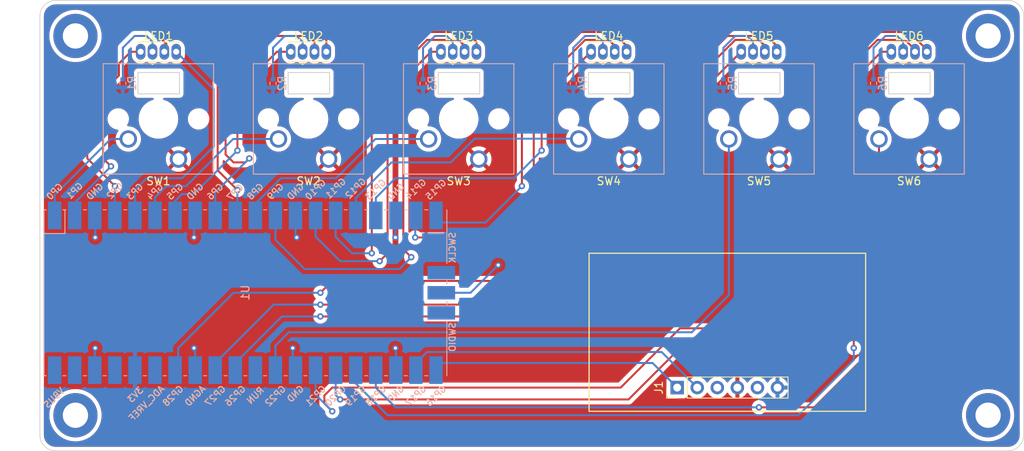
<source format=kicad_pcb>
(kicad_pcb (version 20211014) (generator pcbnew)
  (layers (0 "F.Cu" signal) (31 "B.Cu" signal) (34 "B.Paste" user) (35 "F.Paste" user) (36 "B.SilkS" user "B.Silkscreen") (37 "F.SilkS" user "F.Silkscreen") (38 "B.Mask" user) (39 "F.Mask" user) (44 "Edge.Cuts" user))
  (net 0 "")
  (net 1 "/LED1R")
  (net 2 "/LED1G")
  (net 3 "/LED1B")
  (net 4 "Net-(R1-Pad2)")
  (net 5 "/LED2R")
  (net 6 "/LED2G")
  (net 7 "/LED2B")
  (net 8 "Net-(R2-Pad2)")
  (net 9 "/LED3R")
  (net 10 "/LED3G")
  (net 11 "/LED3B")
  (net 12 "Net-(LED3-Pad4)")
  (net 13 "/LED4R")
  (net 14 "/LED4G")
  (net 15 "/LED4B")
  (net 16 "Net-(LED4-Pad4)")
  (net 17 "/LED5R")
  (net 18 "/LED5G")
  (net 19 "/LED5B")
  (net 20 "Net-(R5-Pad2)")
  (net 21 "/LED6R")
  (net 22 "/LED6G")
  (net 23 "/LED6B")
  (net 24 "Net-(LED6-Pad4)")
  (net 25 "/3V3")
  (net 26 "/GND")
  (net 27 "/BTN1")
  (net 28 "/BTN2")
  (net 29 "/BTN3")
  (net 30 "/BTN4")
  (net 31 "/BTN5")
  (net 32 "/BTN6")
  (net 40 "/SDA")
  (net 41 "/SCL")
  (net 42 "/RST")
  (net 43 "/3V3o")
  (footprint "Library:1.5mmRGBALED" (layer "F.Cu") (at 158 28)
    (fp_text reference "LED3" (at 0 -2 unlocked) (layer "F.SilkS"))
    (fp_text value "LED_RGBA")
    (pad "1" thru_hole oval (at -2.25 0) (size 1.2 2) (drill 0.762) (layers *.Cu *.Mask) (net 9 "/LED3R"))
    (pad "2" thru_hole oval (at 0.75 0) (size 1.2 2) (drill 0.762) (layers *.Cu *.Mask) (net 10 "/LED3G"))
    (pad "3" thru_hole oval (at 2.25 0) (size 1.2 2) (drill 0.762) (layers *.Cu *.Mask) (net 11 "/LED3B"))
    (pad "4" thru_hole oval (at -0.75 0) (size 1.2 2) (drill 0.762) (layers *.Cu *.Mask) (net 12 "Net-(LED3-Pad4)"))
  )
  (footprint "MountingHole:MountingHole_3.2mm_M3_DIN965_Pad" (layer "F.Cu") (at 225 26)
    (fp_text reference "REF**" hide)
    (fp_text value "MountingHole_3.2mm_M3_DIN965_Pad" hide)
    (pad "1" thru_hole circle locked (at 0 0) (size 5.6 5.6) (drill 3.2) (layers *.Cu *.Mask))
  )
  (footprint "Connector_PinHeader_2.54mm:PinHeader_1x06_P2.54mm_Vertical" (layer "F.Cu") (at 185.65 70.5 90)
    (fp_text reference "J1" (at 0 -2.33 90) (layer "F.SilkS"))
    (fp_text value "Conn_01x06")
    (pad "1" thru_hole rect locked (at 0 0 90) (size 1.7 1.7) (drill 1) (layers *.Cu *.Mask) (net 40 "/SDA"))
    (pad "2" thru_hole oval locked (at 0 2.54 90) (size 1.7 1.7) (drill 1) (layers *.Cu *.Mask) (net 41 "/SCL"))
    (pad "3" thru_hole oval locked (at 0 5.08 90) (size 1.7 1.7) (drill 1) (layers *.Cu *.Mask) (net 42 "/RST"))
    (pad "4" thru_hole oval locked (at 0 7.62 90) (size 1.7 1.7) (drill 1) (layers *.Cu *.Mask) (net 26 "/GND"))
    (pad "5" thru_hole oval locked (at 0 10.16 90) (size 1.7 1.7) (drill 1) (layers *.Cu *.Mask) (net 43 "/3V3o"))
    (pad "6" thru_hole oval locked (at 0 12.7 90) (size 1.7 1.7) (drill 1) (layers *.Cu *.Mask) (net 25 "/3V3"))
  )
  (footprint "Library:1.5mmRGBALED" (layer "F.Cu") (at 215 28)
    (fp_text reference "LED6" (at 0 -2 unlocked) (layer "F.SilkS"))
    (fp_text value "LED_RGBA")
    (pad "1" thru_hole oval (at -2.25 0) (size 1.2 2) (drill 0.762) (layers *.Cu *.Mask) (net 21 "/LED6R"))
    (pad "2" thru_hole oval (at 0.75 0) (size 1.2 2) (drill 0.762) (layers *.Cu *.Mask) (net 22 "/LED6G"))
    (pad "3" thru_hole oval (at 2.25 0) (size 1.2 2) (drill 0.762) (layers *.Cu *.Mask) (net 23 "/LED6B"))
    (pad "4" thru_hole oval (at -0.75 0) (size 1.2 2) (drill 0.762) (layers *.Cu *.Mask) (net 24 "Net-(LED6-Pad4)"))
  )
  (footprint "" (layer "F.Cu") (at 225 74)
    (fp_text reference "" (at 0 0) (layer "F.SilkS") (effects (font (size 1.27 1.27))))
    (fp_text value "" (at 0 0) (layer "F.SilkS") (effects (font (size 1.27 1.27))))
    (pad "1" thru_hole circle locked (at 0 0) (size 5.6 5.6) (drill 3.2) (layers *.Cu *.Mask))
  )
  (footprint "Library:1.5mmRGBALED" (layer "F.Cu") (at 177 28)
    (fp_text reference "LED4" (at 0 -2 unlocked) (layer "F.SilkS"))
    (fp_text value "LED_RGBA")
    (pad "1" thru_hole oval (at -2.25 0) (size 1.2 2) (drill 0.762) (layers *.Cu *.Mask) (net 13 "/LED4R"))
    (pad "2" thru_hole oval (at 0.75 0) (size 1.2 2) (drill 0.762) (layers *.Cu *.Mask) (net 14 "/LED4G"))
    (pad "3" thru_hole oval (at 2.25 0) (size 1.2 2) (drill 0.762) (layers *.Cu *.Mask) (net 15 "/LED4B"))
    (pad "4" thru_hole oval (at -0.75 0) (size 1.2 2) (drill 0.762) (layers *.Cu *.Mask) (net 16 "Net-(LED4-Pad4)"))
  )
  (footprint "" (layer "F.Cu") (at 109.5 74)
    (fp_text reference "" (at 0 0) (layer "F.SilkS") (effects (font (size 1.27 1.27))))
    (fp_text value "" (at 0 0) (layer "F.SilkS") (effects (font (size 1.27 1.27))))
    (pad "1" thru_hole circle locked (at 0 0) (size 5.6 5.6) (drill 3.2) (layers *.Cu *.Mask))
  )
  (footprint "MountingHole:MountingHole_3.2mm_M3_DIN965_Pad" (layer "F.Cu") (at 109.5 26)
    (fp_text reference "REF**" hide)
    (fp_text value "MountingHole_3.2mm_M3_DIN965_Pad" hide)
    (pad "1" thru_hole circle locked (at 0 0) (size 5.6 5.6) (drill 3.2) (layers *.Cu *.Mask))
  )
  (footprint "Library:1.5mmRGBALED" (layer "F.Cu") (at 196 28)
    (fp_text reference "LED5" (at 0 -2 unlocked) (layer "F.SilkS"))
    (fp_text value "LED_RGBA")
    (pad "1" thru_hole oval (at -2.25 0) (size 1.2 2) (drill 0.762) (layers *.Cu *.Mask) (net 17 "/LED5R"))
    (pad "2" thru_hole oval (at 0.75 0) (size 1.2 2) (drill 0.762) (layers *.Cu *.Mask) (net 18 "/LED5G"))
    (pad "3" thru_hole oval (at 2.25 0) (size 1.2 2) (drill 0.762) (layers *.Cu *.Mask) (net 19 "/LED5B"))
    (pad "4" thru_hole oval (at -0.75 0) (size 1.2 2) (drill 0.762) (layers *.Cu *.Mask) (net 20 "Net-(R5-Pad2)"))
  )
  (footprint "Library:1.5mmRGBALED" (layer "F.Cu") (at 120 28)
    (fp_text reference "LED1" (at 0 -2 unlocked) (layer "F.SilkS"))
    (fp_text value "LED_RGBA")
    (pad "1" thru_hole oval (at -2.25 0) (size 1.2 2) (drill 0.762) (layers *.Cu *.Mask) (net 1 "/LED1R"))
    (pad "2" thru_hole oval (at 0.75 0) (size 1.2 2) (drill 0.762) (layers *.Cu *.Mask) (net 2 "/LED1G"))
    (pad "3" thru_hole oval (at 2.25 0) (size 1.2 2) (drill 0.762) (layers *.Cu *.Mask) (net 3 "/LED1B"))
    (pad "4" thru_hole oval (at -0.75 0) (size 1.2 2) (drill 0.762) (layers *.Cu *.Mask) (net 4 "Net-(R1-Pad2)"))
  )
  (footprint "Library:1.5mmRGBALED" (layer "F.Cu") (at 139 28)
    (fp_text reference "LED2" (at 0 -2 unlocked) (layer "F.SilkS"))
    (fp_text value "LED_RGBA")
    (pad "1" thru_hole oval (at -2.25 0) (size 1.2 2) (drill 0.762) (layers *.Cu *.Mask) (net 5 "/LED2R"))
    (pad "2" thru_hole oval (at 0.75 0) (size 1.2 2) (drill 0.762) (layers *.Cu *.Mask) (net 6 "/LED2G"))
    (pad "3" thru_hole oval (at 2.25 0) (size 1.2 2) (drill 0.762) (layers *.Cu *.Mask) (net 7 "/LED2B"))
    (pad "4" thru_hole oval (at -0.75 0) (size 1.2 2) (drill 0.762) (layers *.Cu *.Mask) (net 8 "Net-(R2-Pad2)"))
  )
  (footprint "Resistor_SMD:R_0402_1005Metric" (layer "B.Cu") (at 153.49 32 90)
    (fp_text reference "R3" (at 0 1.17 90) (layer "B.SilkS") (effects (justify mirror)))
    (fp_text value "100")
    (pad "1" smd roundrect locked (at -0.51 0 90) (size 0.54 0.64) (layers "B.Cu" "B.Paste" "B.Mask") (net 25 "/3V3"))
    (pad "2" smd roundrect locked (at 0.51 0 90) (size 0.54 0.64) (layers "B.Cu" "B.Paste" "B.Mask") (net 12 "Net-(LED3-Pad4)"))
  )
  (footprint "Library:SW_Cherry_MX_1.00u_PCB_LEDHole" (layer "B.Cu") (at 160.54 41.58)
    (fp_text reference "SW3" (at -2.54 2.794) (layer "F.SilkS"))
    (fp_text value "SW_DIP_x01")
    (fp_rect (start -5.125 -8.25) (end 0.125 -10.95) (layer "Edge.Cuts") (width 0.12) (fill none))
    (pad "" np_thru_hole circle (at -2.54 -5.08) (size 4 4) (drill 4) (layers *.Cu *.Mask))
    (pad "" np_thru_hole circle (at 2.54 -5.08) (size 1.7 1.7) (drill 1.7) (layers *.Cu *.Mask))
    (pad "" np_thru_hole circle (at -7.62 -5.08) (size 1.7 1.7) (drill 1.7) (layers *.Cu *.Mask))
    (pad "1" thru_hole circle (at 0 0) (size 2.2 2.2) (drill 1.5) (layers *.Cu *.Mask) (net 26 "/GND"))
    (pad "2" thru_hole circle (at -6.35 -2.54) (size 2.2 2.2) (drill 1.5) (layers *.Cu *.Mask) (net 29 "/BTN3"))
  )
  (footprint "Resistor_SMD:R_0402_1005Metric" (layer "B.Cu") (at 115.5 32 90)
    (fp_text reference "R1" (at 0 1.17 90) (layer "B.SilkS") (effects (justify mirror)))
    (fp_text value "100")
    (pad "1" smd roundrect locked (at -0.51 0 90) (size 0.54 0.64) (layers "B.Cu" "B.Paste" "B.Mask") (net 25 "/3V3"))
    (pad "2" smd roundrect locked (at 0.51 0 90) (size 0.54 0.64) (layers "B.Cu" "B.Paste" "B.Mask") (net 4 "Net-(R1-Pad2)"))
  )
  (footprint "Library:SW_Cherry_MX_1.00u_PCB_LEDHole" (layer "B.Cu") (at 122.54 41.58)
    (fp_text reference "SW1" (at -2.54 2.794) (layer "F.SilkS"))
    (fp_text value "SW_DIP_x01")
    (fp_rect (start -5.125 -8.25) (end 0.125 -10.95) (layer "Edge.Cuts") (width 0.12) (fill none))
    (pad "" np_thru_hole circle (at 2.54 -5.08) (size 1.7 1.7) (drill 1.7) (layers *.Cu *.Mask))
    (pad "" np_thru_hole circle (at -2.54 -5.08) (size 4 4) (drill 4) (layers *.Cu *.Mask))
    (pad "" np_thru_hole circle (at -7.62 -5.08) (size 1.7 1.7) (drill 1.7) (layers *.Cu *.Mask))
    (pad "1" thru_hole circle (at 0 0) (size 2.2 2.2) (drill 1.5) (layers *.Cu *.Mask) (net 26 "/GND"))
    (pad "2" thru_hole circle (at -6.35 -2.54) (size 2.2 2.2) (drill 1.5) (layers *.Cu *.Mask) (net 27 "/BTN1"))
  )
  (footprint "Resistor_SMD:R_0402_1005Metric" (layer "B.Cu") (at 191.5 32 90)
    (fp_text reference "R5" (at 0 1.17 90) (layer "B.SilkS") (effects (justify mirror)))
    (fp_text value "100")
    (pad "1" smd roundrect locked (at -0.51 0 90) (size 0.54 0.64) (layers "B.Cu" "B.Paste" "B.Mask") (net 25 "/3V3"))
    (pad "2" smd roundrect locked (at 0.51 0 90) (size 0.54 0.64) (layers "B.Cu" "B.Paste" "B.Mask") (net 20 "Net-(R5-Pad2)"))
  )
  (footprint "Resistor_SMD:R_0402_1005Metric" (layer "B.Cu") (at 210.5 32 90)
    (fp_text reference "R6" (at 0 1.17 90) (layer "B.SilkS") (effects (justify mirror)))
    (fp_text value "100")
    (pad "1" smd roundrect locked (at -0.51 0 90) (size 0.54 0.64) (layers "B.Cu" "B.Paste" "B.Mask") (net 25 "/3V3"))
    (pad "2" smd roundrect locked (at 0.51 0 90) (size 0.54 0.64) (layers "B.Cu" "B.Paste" "B.Mask") (net 24 "Net-(LED6-Pad4)"))
  )
  (footprint "Library:SW_Cherry_MX_1.00u_PCB_LEDHole" (layer "B.Cu") (at 179.54 41.58)
    (fp_text reference "SW4" (at -2.54 2.794) (layer "F.SilkS"))
    (fp_text value "SW_DIP_x01")
    (fp_rect (start -5.125 -8.25) (end 0.125 -10.95) (layer "Edge.Cuts") (width 0.12) (fill none))
    (pad "" np_thru_hole circle (at -2.54 -5.08) (size 4 4) (drill 4) (layers *.Cu *.Mask))
    (pad "" np_thru_hole circle (at -7.62 -5.08) (size 1.7 1.7) (drill 1.7) (layers *.Cu *.Mask))
    (pad "" np_thru_hole circle (at 2.54 -5.08) (size 1.7 1.7) (drill 1.7) (layers *.Cu *.Mask))
    (pad "1" thru_hole circle (at 0 0) (size 2.2 2.2) (drill 1.5) (layers *.Cu *.Mask) (net 26 "/GND"))
    (pad "2" thru_hole circle (at -6.35 -2.54) (size 2.2 2.2) (drill 1.5) (layers *.Cu *.Mask) (net 30 "/BTN4"))
  )
  (footprint "Library:SW_Cherry_MX_1.00u_PCB_LEDHole" (layer "B.Cu") (at 217.54 41.58)
    (fp_text reference "SW6" (at -2.54 2.794) (layer "F.SilkS"))
    (fp_text value "SW_DIP_x01")
    (fp_rect (start -5.125 -8.25) (end 0.125 -10.95) (layer "Edge.Cuts") (width 0.12) (fill none))
    (pad "" np_thru_hole circle (at 2.54 -5.08) (size 1.7 1.7) (drill 1.7) (layers *.Cu *.Mask))
    (pad "" np_thru_hole circle (at -2.54 -5.08) (size 4 4) (drill 4) (layers *.Cu *.Mask))
    (pad "" np_thru_hole circle (at -7.62 -5.08) (size 1.7 1.7) (drill 1.7) (layers *.Cu *.Mask))
    (pad "1" thru_hole circle (at 0 0) (size 2.2 2.2) (drill 1.5) (layers *.Cu *.Mask) (net 26 "/GND"))
    (pad "2" thru_hole circle (at -6.35 -2.54) (size 2.2 2.2) (drill 1.5) (layers *.Cu *.Mask) (net 32 "/BTN6"))
  )
  (footprint "Pi-Pico:RPi_Pico_SMD" (layer "B.Cu") (at 131 58.5 -90)
    (fp_text reference "U1" (at 0 0 90) (layer "B.SilkS") (effects (justify mirror)))
    (fp_text value "Pico")
    (fp_text user "GP22" (at 13.054 -3.81 225) (layer "B.SilkS") (effects (font (size 0.8 0.8)) (justify mirror)))
    (fp_text user "SWDIO" (at 5.6 -26.2 90) (layer "B.SilkS") (effects (font (size 0.8 0.8)) (justify mirror)))
    (fp_text user "VBUS" (at 13.3 24.2 225) (layer "B.SilkS") (effects (font (size 0.8 0.8)) (justify mirror)))
    (fp_text user "3V3" (at 12.9 13.9 225) (layer "B.SilkS") (effects (font (size 0.8 0.8)) (justify mirror)))
    (fp_text user "GP13" (at -13.054 -16.51 225) (layer "B.SilkS") (effects (font (size 0.8 0.8)) (justify mirror)))
    (fp_text user "GND" (at -12.8 6.35 225) (layer "B.SilkS") (effects (font (size 0.8 0.8)) (justify mirror)))
    (fp_text user "GP28" (at 13.054 9.144 225) (layer "B.SilkS") (effects (font (size 0.8 0.8)) (justify mirror)))
    (fp_text user "GP20" (at 13.054 -11.43 225) (layer "B.SilkS") (effects (font (size 0.8 0.8)) (justify mirror)))
    (fp_text user "GP6" (at -12.8 3.81 225) (layer "B.SilkS") (effects (font (size 0.8 0.8)) (justify mirror)))
    (fp_text user "GP15" (at -13.054 -24.13 225) (layer "B.SilkS") (effects (font (size 0.8 0.8)) (justify mirror)))
    (fp_text user "GP4" (at -12.8 11.43 225) (layer "B.SilkS") (effects (font (size 0.8 0.8)) (justify mirror)))
    (fp_text user "GP1" (at -12.9 21.6 225) (layer "B.SilkS") (effects (font (size 0.8 0.8)) (justify mirror)))
    (fp_text user "GP8" (at -12.8 -1.27 225) (layer "B.SilkS") (effects (font (size 0.8 0.8)) (justify mirror)))
    (fp_text user "GP7" (at -12.7 1.3 225) (layer "B.SilkS") (effects (font (size 0.8 0.8)) (justify mirror)))
    (fp_text user "GP5" (at -12.8 8.89 225) (layer "B.SilkS") (effects (font (size 0.8 0.8)) (justify mirror)))
    (fp_text user "GND" (at 12.8 -19.05 225) (layer "B.SilkS") (effects (font (size 0.8 0.8)) (justify mirror)))
    (fp_text user "GP0" (at -12.8 24.13 225) (layer "B.SilkS") (effects (font (size 0.8 0.8)) (justify mirror)))
    (fp_text user "GP18" (at 13.054 -16.51 225) (layer "B.SilkS") (effects (font (size 0.8 0.8)) (justify mirror)))
    (fp_text user "GND" (at -12.8 -19.05 225) (layer "B.SilkS") (effects (font (size 0.8 0.8)) (justify mirror)))
    (fp_text user "AGND" (at 13.054 6.35 225) (layer "B.SilkS") (effects (font (size 0.8 0.8)) (justify mirror)))
    (fp_text user "GP26" (at 13.054 1.27 225) (layer "B.SilkS") (effects (font (size 0.8 0.8)) (justify mirror)))
    (fp_text user "GP27" (at 13.054 3.8 225) (layer "B.SilkS") (effects (font (size 0.8 0.8)) (justify mirror)))
    (fp_text user "GP19" (at 13.054 -13.97 225) (layer "B.SilkS") (effects (font (size 0.8 0.8)) (justify mirror)))
    (fp_text user "RUN" (at 13 -1.27 225) (layer "B.SilkS") (effects (font (size 0.8 0.8)) (justify mirror)))
    (fp_text user "GND" (at -12.8 -6.35 225) (layer "B.SilkS") (effects (font (size 0.8 0.8)) (justify mirror)))
    (fp_text user "GP12" (at -13.2 -13.97 225) (layer "B.SilkS") (effects (font (size 0.8 0.8)) (justify mirror)))
    (fp_text user "GP17" (at 13.054 -21.59 225) (layer "B.SilkS") (effects (font (size 0.8 0.8)) (justify mirror)))
    (fp_text user "GP9" (at -12.8 -3.81 225) (layer "B.SilkS") (effects (font (size 0.8 0.8)) (justify mirror)))
    (fp_text user "GND" (at 12.8 -6.35 225) (layer "B.SilkS") (effects (font (size 0.8 0.8)) (justify mirror)))
    (fp_text user "GP10" (at -13.054 -8.89 225) (layer "B.SilkS") (effects (font (size 0.8 0.8)) (justify mirror)))
    (fp_text user "GND" (at -12.8 19.05 225) (layer "B.SilkS") (effects (font (size 0.8 0.8)) (justify mirror)))
    (fp_text user "SWCLK" (at -5.7 -26.2 90) (layer "B.SilkS") (effects (font (size 0.8 0.8)) (justify mirror)))
    (fp_text user "GP2" (at -12.9 16.51 225) (layer "B.SilkS") (effects (font (size 0.8 0.8)) (justify mirror)))
    (fp_text user "ADC_VREF" (at 14 12.5 225) (layer "B.SilkS") (effects (font (size 0.8 0.8)) (justify mirror)))
    (fp_text user "GP14" (at -13.1 -21.59 225) (layer "B.SilkS") (effects (font (size 0.8 0.8)) (justify mirror)))
    (fp_text user "GP3" (at -12.8 13.97 225) (layer "B.SilkS") (effects (font (size 0.8 0.8)) (justify mirror)))
    (fp_text user "GP16" (at 13.054 -24.13 225) (layer "B.SilkS") (effects (font (size 0.8 0.8)) (justify mirror)))
    (fp_text user "GP11" (at -13.2 -11.43 225) (layer "B.SilkS") (effects (font (size 0.8 0.8)) (justify mirror)))
    (fp_text user "GP21" (at 13.054 -8.9 225) (layer "B.SilkS") (effects (font (size 0.8 0.8)) (justify mirror)))
    (pad "1" smd rect (at -8.89 24.13 270) (size 3.5 1.7) (drill (offset -0.9 0)) (layers "B.Cu" "B.Mask") (net 27 "/BTN1"))
    (pad "2" smd rect (at -8.89 21.59 270) (size 3.5 1.7) (drill (offset -0.9 0)) (layers "B.Cu" "B.Mask") (net 1 "/LED1R"))
    (pad "3" smd rect (at -8.89 19.05 270) (size 3.5 1.7) (drill (offset -0.9 0)) (layers "B.Cu" "B.Mask") (net 26 "/GND"))
    (pad "4" smd rect (at -8.89 16.51 270) (size 3.5 1.7) (drill (offset -0.9 0)) (layers "B.Cu" "B.Mask") (net 2 "/LED1G"))
    (pad "5" smd rect (at -8.89 13.97 270) (size 3.5 1.7) (drill (offset -0.9 0)) (layers "B.Cu" "B.Mask") (net 3 "/LED1B"))
    (pad "6" smd rect (at -8.89 11.43 270) (size 3.5 1.7) (drill (offset -0.9 0)) (layers "B.Cu" "B.Mask") (net 28 "/BTN2"))
    (pad "7" smd rect (at -8.89 8.89 270) (size 3.5 1.7) (drill (offset -0.9 0)) (layers "B.Cu" "B.Mask") (net 5 "/LED2R"))
    (pad "8" smd rect (at -8.89 6.35 270) (size 3.5 1.7) (drill (offset -0.9 0)) (layers "B.Cu" "B.Mask") (net 26 "/GND"))
    (pad "9" smd rect (at -8.89 3.81 270) (size 3.5 1.7) (drill (offset -0.9 0)) (layers "B.Cu" "B.Mask") (net 6 "/LED2G"))
    (pad "10" smd rect (at -8.89 1.27 270) (size 3.5 1.7) (drill (offset -0.9 0)) (layers "B.Cu" "B.Mask") (net 7 "/LED2B"))
    (pad "11" smd rect (at -8.89 -1.27 270) (size 3.5 1.7) (drill (offset -0.9 0)) (layers "B.Cu" "B.Mask") (net 29 "/BTN3"))
    (pad "12" smd rect (at -8.89 -3.81 270) (size 3.5 1.7) (drill (offset -0.9 0)) (layers "B.Cu" "B.Mask") (net 9 "/LED3R"))
    (pad "13" smd rect (at -8.89 -6.35 270) (size 3.5 1.7) (drill (offset -0.9 0)) (layers "B.Cu" "B.Mask") (net 26 "/GND"))
    (pad "14" smd rect (at -8.89 -8.89 270) (size 3.5 1.7) (drill (offset -0.9 0)) (layers "B.Cu" "B.Mask") (net 10 "/LED3G"))
    (pad "15" smd rect (at -8.89 -11.43 270) (size 3.5 1.7) (drill (offset -0.9 0)) (layers "B.Cu" "B.Mask") (net 11 "/LED3B"))
    (pad "16" smd rect (at -8.89 -13.97 270) (size 3.5 1.7) (drill (offset -0.9 0)) (layers "B.Cu" "B.Mask") (net 30 "/BTN4"))
    (pad "17" smd rect (at -8.89 -16.51 270) (size 3.5 1.7) (drill (offset -0.9 0)) (layers "B.Cu" "B.Mask") (net 13 "/LED4R"))
    (pad "18" smd rect (at -8.89 -19.05 270) (size 3.5 1.7) (drill (offset -0.9 0)) (layers "B.Cu" "B.Mask") (net 26 "/GND"))
    (pad "19" smd rect (at -8.89 -21.59 270) (size 3.5 1.7) (drill (offset -0.9 0)) (layers "B.Cu" "B.Mask") (net 14 "/LED4G"))
    (pad "20" smd rect (at -8.89 -24.13 270) (size 3.5 1.7) (drill (offset -0.9 0)) (layers "B.Cu" "B.Mask") (net 15 "/LED4B"))
    (pad "21" smd rect (at 8.89 -24.13 270) (size 3.5 1.7) (drill (offset 0.9 0)) (layers "B.Cu" "B.Mask") (net 40 "/SDA"))
    (pad "22" smd rect (at 8.89 -21.59 270) (size 3.5 1.7) (drill (offset 0.9 0)) (layers "B.Cu" "B.Mask") (net 41 "/SCL"))
    (pad "23" smd rect (at 8.89 -19.05 270) (size 3.5 1.7) (drill (offset 0.9 0)) (layers "B.Cu" "B.Mask") (net 26 "/GND"))
    (pad "24" smd rect (at 8.89 -16.51 270) (size 3.5 1.7) (drill (offset 0.9 0)) (layers "B.Cu" "B.Mask") (net 32 "/BTN6"))
    (pad "25" smd rect (at 8.89 -13.97 270) (size 3.5 1.7) (drill (offset 0.9 0)) (layers "B.Cu" "B.Mask") (net 21 "/LED6R"))
    (pad "26" smd rect (at 8.89 -11.43 270) (size 3.5 1.7) (drill (offset 0.9 0)) (layers "B.Cu" "B.Mask") (net 22 "/LED6G"))
    (pad "27" smd rect (at 8.89 -8.89 270) (size 3.5 1.7) (drill (offset 0.9 0)) (layers "B.Cu" "B.Mask") (net 23 "/LED6B"))
    (pad "28" smd rect (at 8.89 -6.35 270) (size 3.5 1.7) (drill (offset 0.9 0)) (layers "B.Cu" "B.Mask") (net 26 "/GND"))
    (pad "29" smd rect (at 8.89 -3.81 270) (size 3.5 1.7) (drill (offset 0.9 0)) (layers "B.Cu" "B.Mask") (net 31 "/BTN5"))
    (pad "30" smd rect (at 8.89 -1.27 270) (size 3.5 1.7) (drill (offset 0.9 0)) (layers "B.Cu" "B.Mask"))
    (pad "31" smd rect (at 8.89 1.27 270) (size 3.5 1.7) (drill (offset 0.9 0)) (layers "B.Cu" "B.Mask") (net 17 "/LED5R"))
    (pad "32" smd rect (at 8.89 3.81 270) (size 3.5 1.7) (drill (offset 0.9 0)) (layers "B.Cu" "B.Mask") (net 18 "/LED5G"))
    (pad "33" smd rect (at 8.89 6.35 270) (size 3.5 1.7) (drill (offset 0.9 0)) (layers "B.Cu" "B.Mask") (net 26 "/GND"))
    (pad "34" smd rect (at 8.89 8.89 270) (size 3.5 1.7) (drill (offset 0.9 0)) (layers "B.Cu" "B.Mask") (net 19 "/LED5B"))
    (pad "35" smd rect (at 8.89 11.43 270) (size 3.5 1.7) (drill (offset 0.9 0)) (layers "B.Cu" "B.Mask"))
    (pad "36" smd rect (at 8.89 13.97 270) (size 3.5 1.7) (drill (offset 0.9 0)) (layers "B.Cu" "B.Mask") (net 25 "/3V3"))
    (pad "37" smd rect (at 8.89 16.51 270) (size 3.5 1.7) (drill (offset 0.9 0)) (layers "B.Cu" "B.Mask"))
    (pad "38" smd rect (at 8.89 19.05 270) (size 3.5 1.7) (drill (offset 0.9 0)) (layers "B.Cu" "B.Mask") (net 26 "/GND"))
    (pad "39" smd rect (at 8.89 21.59 270) (size 3.5 1.7) (drill (offset 0.9 0)) (layers "B.Cu" "B.Mask"))
    (pad "40" smd rect (at 8.89 24.13 270) (size 3.5 1.7) (drill (offset 0.9 0)) (layers "B.Cu" "B.Mask"))
    (pad "41" smd rect (at -2.54 -23.9 180) (size 3.5 1.7) (drill (offset -0.9 0)) (layers "B.Cu" "B.Mask"))
    (pad "42" smd rect (at 0 -23.9 180) (size 3.5 1.7) (drill (offset -0.9 0)) (layers "B.Cu" "B.Mask") (net 26 "/GND"))
    (pad "43" smd rect (at 2.54 -23.9 180) (size 3.5 1.7) (drill (offset -0.9 0)) (layers "B.Cu" "B.Mask"))
  )
  (footprint "Library:SW_Cherry_MX_1.00u_PCB_LEDHole" (layer "B.Cu") (at 141.54 41.58)
    (fp_text reference "SW2" (at -2.54 2.794) (layer "F.SilkS"))
    (fp_text value "SW_DIP_x01")
    (fp_rect (start -5.125 -8.25) (end 0.125 -10.95) (layer "Edge.Cuts") (width 0.12) (fill none))
    (pad "" np_thru_hole circle (at -7.62 -5.08) (size 1.7 1.7) (drill 1.7) (layers *.Cu *.Mask))
    (pad "" np_thru_hole circle (at 2.54 -5.08) (size 1.7 1.7) (drill 1.7) (layers *.Cu *.Mask))
    (pad "" np_thru_hole circle (at -2.54 -5.08) (size 4 4) (drill 4) (layers *.Cu *.Mask))
    (pad "1" thru_hole circle (at 0 0) (size 2.2 2.2) (drill 1.5) (layers *.Cu *.Mask) (net 26 "/GND"))
    (pad "2" thru_hole circle (at -6.35 -2.54) (size 2.2 2.2) (drill 1.5) (layers *.Cu *.Mask) (net 28 "/BTN2"))
  )
  (footprint "Resistor_SMD:R_0402_1005Metric" (layer "B.Cu") (at 134.5 32 90)
    (fp_text reference "R2" (at 0 1.17 90) (layer "B.SilkS") (effects (justify mirror)))
    (fp_text value "100")
    (pad "1" smd roundrect locked (at -0.51 0 90) (size 0.54 0.64) (layers "B.Cu" "B.Paste" "B.Mask") (net 25 "/3V3"))
    (pad "2" smd roundrect locked (at 0.51 0 90) (size 0.54 0.64) (layers "B.Cu" "B.Paste" "B.Mask") (net 8 "Net-(R2-Pad2)"))
  )
  (footprint "Resistor_SMD:R_0402_1005Metric" (layer "B.Cu") (at 172.5 32 90)
    (fp_text reference "R4" (at 0 1.17 90) (layer "B.SilkS") (effects (justify mirror)))
    (fp_text value "100")
    (pad "1" smd roundrect locked (at -0.51 0 90) (size 0.54 0.64) (layers "B.Cu" "B.Paste" "B.Mask") (net 25 "/3V3"))
    (pad "2" smd roundrect locked (at 0.51 0 90) (size 0.54 0.64) (layers "B.Cu" "B.Paste" "B.Mask") (net 16 "Net-(LED4-Pad4)"))
  )
  (footprint "Library:SW_Cherry_MX_1.00u_PCB_LEDHole" (layer "B.Cu") (at 198.54 41.58)
    (fp_text reference "SW5" (at -2.54 2.794) (layer "F.SilkS"))
    (fp_text value "SW_DIP_x01")
    (fp_rect (start -5.125 -8.25) (end 0.125 -10.95) (layer "Edge.Cuts") (width 0.12) (fill none))
    (pad "" np_thru_hole circle (at -7.62 -5.08) (size 1.7 1.7) (drill 1.7) (layers *.Cu *.Mask))
    (pad "" np_thru_hole circle (at -2.54 -5.08) (size 4 4) (drill 4) (layers *.Cu *.Mask))
    (pad "" np_thru_hole circle (at 2.54 -5.08) (size 1.7 1.7) (drill 1.7) (layers *.Cu *.Mask))
    (pad "1" thru_hole circle (at 0 0) (size 2.2 2.2) (drill 1.5) (layers *.Cu *.Mask) (net 26 "/GND"))
    (pad "2" thru_hole circle (at -6.35 -2.54) (size 2.2 2.2) (drill 1.5) (layers *.Cu *.Mask) (net 31 "/BTN5"))
  )
  (gr_rect (start 174.5 53.5) (end 209.5 73.5) (layer "F.SilkS") (width 0.15) (fill none))
  (gr_line (start 227.5 21.5) (end 107 21.5) (layer "Edge.Cuts") (width 0.1))
  (gr_line (start 229.5 76.5) (end 229.5 23.5) (layer "Edge.Cuts") (width 0.1))
  (gr_line (start 107 78.5) (end 227.5 78.5) (layer "Edge.Cuts") (width 0.1))
  (gr_arc (start 227.5 21.5) (mid 228.914214 22.085786) (end 229.5 23.5) (layer "Edge.Cuts") (width 0.1))
  (gr_arc (start 229.5 76.5) (mid 228.914214 77.914214) (end 227.5 78.5) (layer "Edge.Cuts") (width 0.1))
  (gr_arc (start 107 78.5) (mid 105.585786 77.914214) (end 105 76.5) (layer "Edge.Cuts") (width 0.1))
  (gr_arc (start 105 23.5) (mid 105.585786 22.085786) (end 107 21.5) (layer "Edge.Cuts") (width 0.1))
  (gr_line (start 105 23.5) (end 105 76.5) (layer "Edge.Cuts") (width 0.1))
  (segment (start 113 33) (end 113 41.5) (width 0.25) (layer "F.Cu") (net 1))
  (segment (start 113 41.5) (end 114 42.5) (width 0.25) (layer "F.Cu") (net 1))
  (segment (start 116.5 28) (end 115 29.5) (width 0.25) (layer "F.Cu") (net 1))
  (segment (start 117.75 28) (end 116.5 28) (width 0.25) (layer "F.Cu") (net 1))
  (segment (start 115 31) (end 113 33) (width 0.25) (layer "F.Cu") (net 1))
  (segment (start 115 29.5) (end 115 31) (width 0.25) (layer "F.Cu") (net 1))
  (via (at 114 42.5) (size 0.8) (drill 0.4) (layers "F.Cu" "B.Cu") (net 1))
  (segment (start 109.41 49.61) (end 109.41 47.09) (width 0.25) (layer "B.Cu") (net 1))
  (segment (start 109.41 47.09) (end 114 42.5) (width 0.25) (layer "B.Cu") (net 1))
  (segment (start 113 30.5) (end 113 27) (width 0.25) (layer "F.Cu") (net 2))
  (segment (start 121 27) (end 121 27.5) (width 0.25) (layer "F.Cu") (net 2))
  (segment (start 111 32.5) (end 113 30.5) (width 0.25) (layer "F.Cu") (net 2))
  (segment (start 113 27) (end 115 25) (width 0.25) (layer "F.Cu") (net 2))
  (segment (start 111 41.5) (end 111 32.5) (width 0.25) (layer "F.Cu") (net 2))
  (segment (start 115 25) (end 119 25) (width 0.25) (layer "F.Cu") (net 2))
  (segment (start 114.5 45) (end 111 41.5) (width 0.25) (layer "F.Cu") (net 2))
  (segment (start 119 25) (end 121 27) (width 0.25) (layer "F.Cu") (net 2))
  (via (at 114.5 45) (size 0.8) (drill 0.4) (layers "F.Cu" "B.Cu") (net 2))
  (segment (start 114.49 45.01) (end 114.5 45) (width 0.25) (layer "B.Cu") (net 2))
  (segment (start 114.49 49.61) (end 114.49 45.01) (width 0.25) (layer "B.Cu") (net 2))
  (segment (start 117.03 45.47) (end 118.5 44) (width 0.25) (layer "B.Cu") (net 3))
  (segment (start 117.03 49.61) (end 117.03 45.47) (width 0.25) (layer "B.Cu") (net 3))
  (segment (start 118.5 44) (end 123 44) (width 0.25) (layer "B.Cu") (net 3))
  (segment (start 123 44) (end 127 40) (width 0.25) (layer "B.Cu") (net 3))
  (segment (start 127 40) (end 127 32.75) (width 0.25) (layer "B.Cu") (net 3))
  (segment (start 127 32.75) (end 122.25 28) (width 0.25) (layer "B.Cu") (net 3))
  (segment (start 115.5 27.5) (end 117 26) (width 0.25) (layer "B.Cu") (net 4))
  (segment (start 118.5 26) (end 119.25 26.75) (width 0.25) (layer "B.Cu") (net 4))
  (segment (start 117 26) (end 118.5 26) (width 0.25) (layer "B.Cu") (net 4))
  (segment (start 115.5 31.49) (end 115.5 27.5) (width 0.25) (layer "B.Cu") (net 4))
  (segment (start 119.25 26.75) (end 119.25 28) (width 0.25) (layer "B.Cu") (net 4))
  (segment (start 130 33) (end 135 28) (width 0.25) (layer "F.Cu") (net 5))
  (segment (start 135 28) (end 136.75 28) (width 0.25) (layer "F.Cu") (net 5))
  (segment (start 130 40.5) (end 130 33) (width 0.25) (layer "F.Cu") (net 5))
  (via (at 130 40.5) (size 0.8) (drill 0.4) (layers "F.Cu" "B.Cu") (net 5))
  (segment (start 122.11 46.89) (end 123 46) (width 0.25) (layer "B.Cu") (net 5))
  (segment (start 123 46) (end 124.5 46) (width 0.25) (layer "B.Cu") (net 5))
  (segment (start 122.11 49.61) (end 122.11 46.89) (width 0.25) (layer "B.Cu") (net 5))
  (segment (start 124.5 46) (end 130 40.5) (width 0.25) (layer "B.Cu") (net 5))
  (segment (start 139 26) (end 133.5 26) (width 0.25) (layer "F.Cu") (net 6))
  (segment (start 131 42) (end 131.5 41.5) (width 0.25) (layer "F.Cu") (net 6))
  (segment (start 139.75 28) (end 139.75 26.75) (width 0.25) (layer "F.Cu") (net 6))
  (segment (start 133.5 26) (end 128.5 31) (width 0.25) (layer "F.Cu") (net 6))
  (segment (start 129.5 42) (end 131 42) (width 0.25) (layer "F.Cu") (net 6))
  (segment (start 128.5 41) (end 129.5 42) (width 0.25) (layer "F.Cu") (net 6))
  (segment (start 139.75 26.75) (end 139 26) (width 0.25) (layer "F.Cu") (net 6))
  (segment (start 128.5 31) (end 128.5 41) (width 0.25) (layer "F.Cu") (net 6))
  (via (at 131.5 41.5) (size 0.8) (drill 0.4) (layers "F.Cu" "B.Cu") (net 6))
  (segment (start 127.19 45.81) (end 131.5 41.5) (width 0.25) (layer "B.Cu") (net 6))
  (segment (start 127.19 49.61) (end 127.19 45.81) (width 0.25) (layer "B.Cu") (net 6))
  (segment (start 132 25) (end 140 25) (width 0.25) (layer "F.Cu") (net 7))
  (segment (start 130 45.5) (end 127.5 43) (width 0.25) (layer "F.Cu") (net 7))
  (segment (start 127.5 43) (end 127.5 29.5) (width 0.25) (layer "F.Cu") (net 7))
  (segment (start 127.5 29.5) (end 132 25) (width 0.25) (layer "F.Cu") (net 7))
  (segment (start 141.25 26.25) (end 141.25 28) (width 0.25) (layer "F.Cu") (net 7))
  (segment (start 140 25) (end 141.25 26.25) (width 0.25) (layer "F.Cu") (net 7))
  (via (at 130 45.5) (size 0.8) (drill 0.4) (layers "F.Cu" "B.Cu") (net 7))
  (segment (start 129.73 49.61) (end 130 49.34) (width 0.25) (layer "B.Cu") (net 7))
  (segment (start 130 49.34) (end 130 45.5) (width 0.25) (layer "B.Cu") (net 7))
  (segment (start 137.5 26) (end 138.25 26.75) (width 0.25) (layer "B.Cu") (net 8))
  (segment (start 134.5 31.49) (end 134.5 27.5) (width 0.25) (layer "B.Cu") (net 8))
  (segment (start 138.25 26.75) (end 138.25 28) (width 0.25) (layer "B.Cu") (net 8))
  (segment (start 134.5 27.5) (end 136 26) (width 0.25) (layer "B.Cu") (net 8))
  (segment (start 136 26) (end 137.5 26) (width 0.25) (layer "B.Cu") (net 8))
  (segment (start 155.75 28) (end 154.5 28) (width 0.25) (layer "F.Cu") (net 9))
  (segment (start 154.5 28) (end 151 31.5) (width 0.25) (layer "F.Cu") (net 9))
  (segment (start 151 31.5) (end 151 53) (width 0.25) (layer "F.Cu") (net 9))
  (segment (start 151 53) (end 152 54) (width 0.25) (layer "F.Cu") (net 9))
  (via (at 152 54) (size 0.8) (drill 0.4) (layers "F.Cu" "B.Cu") (net 9))
  (segment (start 134.81 51.81) (end 138.5 55.5) (width 0.25) (layer "B.Cu") (net 9))
  (segment (start 150.5 55.5) (end 152 54) (width 0.25) (layer "B.Cu") (net 9))
  (segment (start 134.81 49.61) (end 134.81 51.81) (width 0.25) (layer "B.Cu") (net 9))
  (segment (start 138.5 55.5) (end 150.5 55.5) (width 0.25) (layer "B.Cu") (net 9))
  (segment (start 154 26.5) (end 149 31.5) (width 0.25) (layer "F.Cu") (net 10))
  (segment (start 158 26.5) (end 154 26.5) (width 0.25) (layer "F.Cu") (net 10))
  (segment (start 149 53.5) (end 148 54.5) (width 0.25) (layer "F.Cu") (net 10))
  (segment (start 158.75 28) (end 158.75 27.25) (width 0.25) (layer "F.Cu") (net 10))
  (segment (start 158.75 27.25) (end 158 26.5) (width 0.25) (layer "F.Cu") (net 10))
  (segment (start 149 31.5) (end 149 53.5) (width 0.25) (layer "F.Cu") (net 10))
  (via (at 148 54.5) (size 0.8) (drill 0.4) (layers "F.Cu" "B.Cu") (net 10))
  (segment (start 143 54.5) (end 139.89 51.39) (width 0.25) (layer "B.Cu") (net 10))
  (segment (start 148 54.5) (end 143 54.5) (width 0.25) (layer "B.Cu") (net 10))
  (segment (start 139.89 51.39) (end 139.89 49.61) (width 0.25) (layer "B.Cu") (net 10))
  (segment (start 160.25 26.75) (end 159 25.5) (width 0.25) (layer "F.Cu") (net 11))
  (segment (start 147 31.5) (end 147 53.5) (width 0.25) (layer "F.Cu") (net 11))
  (segment (start 159 25.5) (end 153 25.5) (width 0.25) (layer "F.Cu") (net 11))
  (segment (start 160.25 28) (end 160.25 26.75) (width 0.25) (layer "F.Cu") (net 11))
  (segment (start 153 25.5) (end 147 31.5) (width 0.25) (layer "F.Cu") (net 11))
  (via (at 147 53.5) (size 0.8) (drill 0.4) (layers "F.Cu" "B.Cu") (net 11))
  (segment (start 144.5 53.5) (end 142.43 51.43) (width 0.25) (layer "B.Cu") (net 11))
  (segment (start 142.43 51.43) (end 142.43 49.61) (width 0.25) (layer "B.Cu") (net 11))
  (segment (start 147 53.5) (end 144.5 53.5) (width 0.25) (layer "B.Cu") (net 11))
  (segment (start 157.25 26.75) (end 157.25 28) (width 0.25) (layer "B.Cu") (net 12))
  (segment (start 153.49 27.51) (end 155 26) (width 0.25) (layer "B.Cu") (net 12))
  (segment (start 155 26) (end 156.5 26) (width 0.25) (layer "B.Cu") (net 12))
  (segment (start 156.5 26) (end 157.25 26.75) (width 0.25) (layer "B.Cu") (net 12))
  (segment (start 153.49 31.49) (end 153.49 27.51) (width 0.25) (layer "B.Cu") (net 12))
  (segment (start 168.5 34.25) (end 174.75 28) (width 0.25) (layer "F.Cu") (net 13))
  (segment (start 168.5 40.5) (end 168.5 34.25) (width 0.25) (layer "F.Cu") (net 13))
  (via (at 168.5 40.5) (size 0.8) (drill 0.4) (layers "F.Cu" "B.Cu") (net 13))
  (segment (start 150 44) (end 165 44) (width 0.25) (layer "B.Cu") (net 13))
  (segment (start 165 44) (end 168.5 40.5) (width 0.25) (layer "B.Cu") (net 13))
  (segment (start 147.51 49.61) (end 147.51 46.49) (width 0.25) (layer "B.Cu") (net 13))
  (segment (start 147.51 46.49) (end 150 44) (width 0.25) (layer "B.Cu") (net 13))
  (segment (start 161.5 51.5) (end 167.5 45.5) (width 0.25) (layer "F.Cu") (net 14))
  (segment (start 167.5 33) (end 174 26.5) (width 0.25) (layer "F.Cu") (net 14))
  (segment (start 177.75 27.25) (end 177.75 28) (width 0.25) (layer "F.Cu") (net 14))
  (segment (start 174 26.5) (end 177 26.5) (width 0.25) (layer "F.Cu") (net 14))
  (segment (start 152.5 51.5) (end 161.5 51.5) (width 0.25) (layer "F.Cu") (net 14))
  (segment (start 177 26.5) (end 177.75 27.25) (width 0.25) (layer "F.Cu") (net 14))
  (segment (start 167.5 45.5) (end 167.5 33) (width 0.25) (layer "F.Cu") (net 14))
  (via (at 152.5 51.5) (size 0.8) (drill 0.4) (layers "F.Cu" "B.Cu") (net 14))
  (segment (start 152.59 49.61) (end 152.5 49.7) (width 0.25) (layer "B.Cu") (net 14))
  (segment (start 152.5 49.7) (end 152.5 51.5) (width 0.25) (layer "B.Cu") (net 14))
  (segment (start 177.5 25.5) (end 179.25 27.25) (width 0.25) (layer "F.Cu") (net 15))
  (segment (start 166 33) (end 166 45) (width 0.25) (layer "F.Cu") (net 15))
  (segment (start 166 33) (end 173.5 25.5) (width 0.25) (layer "F.Cu") (net 15))
  (segment (start 173.5 25.5) (end 177.5 25.5) (width 0.25) (layer "F.Cu") (net 15))
  (segment (start 179.25 27.25) (end 179.25 28) (width 0.25) (layer "F.Cu") (net 15))
  (via (at 166 45) (size 0.8) (drill 0.4) (layers "F.Cu" "B.Cu") (net 15))
  (segment (start 166 45) (end 161.39 49.61) (width 0.25) (layer "B.Cu") (net 15))
  (segment (start 161.39 49.61) (end 155.13 49.61) (width 0.25) (layer "B.Cu") (net 15))
  (segment (start 172.5 31.49) (end 172.5 27.5) (width 0.25) (layer "B.Cu") (net 16))
  (segment (start 176.25 26.75) (end 176.25 28) (width 0.25) (layer "B.Cu") (net 16))
  (segment (start 172.5 27.5) (end 174 26) (width 0.25) (layer "B.Cu") (net 16))
  (segment (start 174 26) (end 175.5 26) (width 0.25) (layer "B.Cu") (net 16))
  (segment (start 175.5 26) (end 176.25 26.75) (width 0.25) (layer "B.Cu") (net 16))
  (segment (start 189 46.5) (end 174 61.5) (width 0.25) (layer "F.Cu") (net 17))
  (segment (start 174 61.5) (end 140.5 61.5) (width 0.25) (layer "F.Cu") (net 17))
  (segment (start 193.75 28) (end 189 32.75) (width 0.25) (layer "F.Cu") (net 17))
  (segment (start 189 32.75) (end 189 46.5) (width 0.25) (layer "F.Cu") (net 17))
  (via (at 140.5 61.5) (size 0.8) (drill 0.4) (layers "F.Cu" "B.Cu") (net 17))
  (segment (start 129.73 67.39) (end 135.62 61.5) (width 0.25) (layer "B.Cu") (net 17))
  (segment (start 135.62 61.5) (end 140.5 61.5) (width 0.25) (layer "B.Cu") (net 17))
  (segment (start 196.75 28) (end 196.75 27.25) (width 0.25) (layer "F.Cu") (net 18))
  (segment (start 173.5 60) (end 187 46.5) (width 0.25) (layer "F.Cu") (net 18))
  (segment (start 193 26.5) (end 187 32.5) (width 0.25) (layer "F.Cu") (net 18))
  (segment (start 187 32.5) (end 187 46.5) (width 0.25) (layer "F.Cu") (net 18))
  (segment (start 140.5 60) (end 173.5 60) (width 0.25) (layer "F.Cu") (net 18))
  (segment (start 196.75 27.25) (end 196 26.5) (width 0.25) (layer "F.Cu") (net 18))
  (segment (start 196 26.5) (end 193 26.5) (width 0.25) (layer "F.Cu") (net 18))
  (via (at 140.5 60) (size 0.8) (drill 0.4) (layers "F.Cu" "B.Cu") (net 18))
  (segment (start 127.19 67.39) (end 134.58 60) (width 0.25) (layer "B.Cu") (net 18))
  (segment (start 134.58 60) (end 140.5 60) (width 0.25) (layer "B.Cu") (net 18))
  (segment (start 142 57) (end 140.5 58.5) (width 0.25) (layer "F.Cu") (net 19))
  (segment (start 198.25 28) (end 198.25 27.25) (width 0.25) (layer "F.Cu") (net 19))
  (segment (start 192 26) (end 184.5 33.5) (width 0.25) (layer "F.Cu") (net 19))
  (segment (start 184.5 46.5) (end 174 57) (width 0.25) (layer "F.Cu") (net 19))
  (segment (start 174 57) (end 142 57) (width 0.25) (layer "F.Cu") (net 19))
  (segment (start 197 26) (end 192 26) (width 0.25) (layer "F.Cu") (net 19))
  (segment (start 184.5 33.5) (end 184.5 46.5) (width 0.25) (layer "F.Cu") (net 19))
  (segment (start 198.25 27.25) (end 197 26) (width 0.25) (layer "F.Cu") (net 19))
  (via (at 140.5 58.5) (size 0.8) (drill 0.4) (layers "F.Cu" "B.Cu") (net 19))
  (segment (start 122.11 67.39) (end 122.5 67) (width 0.25) (layer "B.Cu") (net 19))
  (segment (start 122.5 65.5) (end 129.5 58.5) (width 0.25) (layer "B.Cu") (net 19))
  (segment (start 122.5 67) (end 122.5 65.5) (width 0.25) (layer "B.Cu") (net 19))
  (segment (start 129.5 58.5) (end 140.5 58.5) (width 0.25) (layer "B.Cu") (net 19))
  (segment (start 193 26) (end 194.5 26) (width 0.25) (layer "B.Cu") (net 20))
  (segment (start 194.5 26) (end 195.25 26.75) (width 0.25) (layer "B.Cu") (net 20))
  (segment (start 191.5 27.5) (end 193 26) (width 0.25) (layer "B.Cu") (net 20))
  (segment (start 195.25 26.75) (end 195.25 28) (width 0.25) (layer "B.Cu") (net 20))
  (segment (start 191.5 31.49) (end 191.5 27.5) (width 0.25) (layer "B.Cu") (net 20))
  (segment (start 212.75 28) (end 211.5 28) (width 0.25) (layer "F.Cu") (net 21))
  (segment (start 208 31.5) (end 208 65.5) (width 0.25) (layer "F.Cu") (net 21))
  (segment (start 211.5 28) (end 208 31.5) (width 0.25) (layer "F.Cu") (net 21))
  (via (at 208 65.5) (size 0.8) (drill 0.4) (layers "F.Cu" "B.Cu") (net 21))
  (segment (start 208 67) (end 208 65.5) (width 0.25) (layer "B.Cu") (net 21))
  (segment (start 149 74) (end 201 74) (width 0.25) (layer "B.Cu") (net 21))
  (segment (start 144.97 69.97) (end 149 74) (width 0.25) (layer "B.Cu") (net 21))
  (segment (start 144.97 67.39) (end 144.97 69.97) (width 0.25) (layer "B.Cu") (net 21))
  (segment (start 201 74) (end 208 67) (width 0.25) (layer "B.Cu") (net 21))
  (segment (start 200 64.5) (end 206.5 58) (width 0.25) (layer "F.Cu") (net 22))
  (segment (start 215.75 27.75) (end 215.75 28) (width 0.25) (layer "F.Cu") (net 22))
  (segment (start 179.5 72) (end 187 64.5) (width 0.25) (layer "F.Cu") (net 22))
  (segment (start 187 64.5) (end 200 64.5) (width 0.25) (layer "F.Cu") (net 22))
  (segment (start 206.5 31) (end 211 26.5) (width 0.25) (layer "F.Cu") (net 22))
  (segment (start 143 72) (end 179.5 72) (width 0.25) (layer "F.Cu") (net 22))
  (segment (start 206.5 58) (end 206.5 31) (width 0.25) (layer "F.Cu") (net 22))
  (segment (start 214.5 26.5) (end 215.75 27.75) (width 0.25) (layer "F.Cu") (net 22))
  (segment (start 211 26.5) (end 214.5 26.5) (width 0.25) (layer "F.Cu") (net 22))
  (via (at 143 72) (size 0.8) (drill 0.4) (layers "F.Cu" "B.Cu") (net 22))
  (segment (start 142.43 71.43) (end 143 72) (width 0.25) (layer "B.Cu") (net 22))
  (segment (start 142.43 67.39) (end 142.43 71.43) (width 0.25) (layer "B.Cu") (net 22))
  (segment (start 204.5 57.5) (end 199 63) (width 0.25) (layer "F.Cu") (net 23))
  (segment (start 178.5 70.5) (end 142 70.5) (width 0.25) (layer "F.Cu") (net 23))
  (segment (start 142 70.5) (end 141 71.5) (width 0.25) (layer "F.Cu") (net 23))
  (segment (start 204.5 31) (end 204.5 57.5) (width 0.25) (layer "F.Cu") (net 23))
  (segment (start 141 71.5) (end 141 72.5) (width 0.25) (layer "F.Cu") (net 23))
  (segment (start 217.25 28) (end 217.25 27.75) (width 0.25) (layer "F.Cu") (net 23))
  (segment (start 210 25.5) (end 204.5 31) (width 0.25) (layer "F.Cu") (net 23))
  (segment (start 199 63) (end 186 63) (width 0.25) (layer "F.Cu") (net 23))
  (segment (start 141 72.5) (end 142 73.5) (width 0.25) (layer "F.Cu") (net 23))
  (segment (start 215 25.5) (end 210 25.5) (width 0.25) (layer "F.Cu") (net 23))
  (segment (start 217.25 27.75) (end 215 25.5) (width 0.25) (layer "F.Cu") (net 23))
  (segment (start 186 63) (end 178.5 70.5) (width 0.25) (layer "F.Cu") (net 23))
  (via (at 142 73.5) (size 0.8) (drill 0.4) (layers "F.Cu" "B.Cu") (net 23))
  (segment (start 139.89 67.39) (end 139.89 71.39) (width 0.25) (layer "B.Cu") (net 23))
  (segment (start 139.89 71.39) (end 142 73.5) (width 0.25) (layer "B.Cu") (net 23))
  (segment (start 212 26) (end 213.5 26) (width 0.25) (layer "B.Cu") (net 24))
  (segment (start 214.25 26.75) (end 214.25 28) (width 0.25) (layer "B.Cu") (net 24))
  (segment (start 210.5 27.5) (end 212 26) (width 0.25) (layer "B.Cu") (net 24))
  (segment (start 213.5 26) (end 214.25 26.75) (width 0.25) (layer "B.Cu") (net 24))
  (segment (start 210.5 31.49) (end 210.5 27.5) (width 0.25) (layer "B.Cu") (net 24))
  (via (at 150 65.5) (size 0.8) (drill 0.4) (layers "F.Cu" "B.Cu") (net 26))
  (via (at 163 55) (size 0.8) (drill 0.4) (layers "F.Cu" "B.Cu") (net 26))
  (via (at 137.5 51.5) (size 0.8) (drill 0.4) (layers "F.Cu" "B.Cu") (net 26))
  (via (at 137 65.5) (size 0.8) (drill 0.4) (layers "F.Cu" "B.Cu") (net 26))
  (via (at 124.5 65.5) (size 0.8) (drill 0.4) (layers "F.Cu" "B.Cu") (net 26))
  (via (at 112 51.5) (size 0.8) (drill 0.4) (layers "F.Cu" "B.Cu") (net 26))
  (via (at 124.5 51.5) (size 0.8) (drill 0.4) (layers "F.Cu" "B.Cu") (net 26))
  (via (at 150 51.5) (size 0.8) (drill 0.4) (layers "F.Cu" "B.Cu") (net 26))
  (via (at 112 65.5) (size 0.8) (drill 0.4) (layers "F.Cu" "B.Cu") (net 26))
  (segment (start 124.5 51.5) (end 124.5 49.76) (width 0.25) (layer "B.Cu") (net 26))
  (segment (start 137.5 51.5) (end 137.35 51.35) (width 0.25) (layer "B.Cu") (net 26))
  (segment (start 159.5 58.5) (end 163 55) (width 0.25) (layer "B.Cu") (net 26))
  (segment (start 150 65.5) (end 150.05 65.55) (width 0.25) (layer "B.Cu") (net 26))
  (segment (start 111.95 67.39) (end 111.95 65.55) (width 0.25) (layer "B.Cu") (net 26))
  (segment (start 111.95 65.55) (end 112 65.5) (width 0.25) (layer "B.Cu") (net 26))
  (segment (start 150 51.5) (end 150 49.66) (width 0.25) (layer "B.Cu") (net 26))
  (segment (start 137 67.04) (end 137.35 67.39) (width 0.25) (layer "B.Cu") (net 26))
  (segment (start 154.9 58.5) (end 159.5 58.5) (width 0.25) (layer "B.Cu") (net 26))
  (segment (start 150.05 65.55) (end 150.05 67.39) (width 0.25) (layer "B.Cu") (net 26))
  (segment (start 124.5 49.76) (end 124.65 49.61) (width 0.25) (layer "B.Cu") (net 26))
  (segment (start 150 49.66) (end 150.05 49.61) (width 0.25) (layer "B.Cu") (net 26))
  (segment (start 112 51.5) (end 112 49.66) (width 0.25) (layer "B.Cu") (net 26))
  (segment (start 112 49.66) (end 111.95 49.61) (width 0.25) (layer "B.Cu") (net 26))
  (segment (start 137 65.5) (end 137 67.04) (width 0.25) (layer "B.Cu") (net 26))
  (segment (start 124.5 65.5) (end 124.65 65.65) (width 0.25) (layer "B.Cu") (net 26))
  (segment (start 124.65 65.65) (end 124.65 67.39) (width 0.25) (layer "B.Cu") (net 26))
  (segment (start 137.35 51.35) (end 137.35 49.61) (width 0.25) (layer "B.Cu") (net 26))
  (segment (start 113.96 39.04) (end 116.19 39.04) (width 0.25) (layer "B.Cu") (net 27))
  (segment (start 106.87 49.61) (end 106.87 46.13) (width 0.25) (layer "B.Cu") (net 27))
  (segment (start 106.87 46.13) (end 113.96 39.04) (width 0.25) (layer "B.Cu") (net 27))
  (segment (start 135.19 39.04) (end 129.46 39.04) (width 0.25) (layer "B.Cu") (net 28))
  (segment (start 123.5 45) (end 121 45) (width 0.25) (layer "B.Cu") (net 28))
  (segment (start 121 45) (end 119.57 46.43) (width 0.25) (layer "B.Cu") (net 28))
  (segment (start 119.57 46.43) (end 119.57 49.61) (width 0.25) (layer "B.Cu") (net 28))
  (segment (start 129.46 39.04) (end 123.5 45) (width 0.25) (layer "B.Cu") (net 28))
  (segment (start 132.27 47.23) (end 132.27 49.61) (width 0.25) (layer "B.Cu") (net 29))
  (segment (start 142.5 44) (end 135.5 44) (width 0.25) (layer "B.Cu") (net 29))
  (segment (start 154.19 39.04) (end 147.46 39.04) (width 0.25) (layer "B.Cu") (net 29))
  (segment (start 135.5 44) (end 132.27 47.23) (width 0.25) (layer "B.Cu") (net 29))
  (segment (start 147.46 39.04) (end 142.5 44) (width 0.25) (layer "B.Cu") (net 29))
  (segment (start 173.15 39) (end 173.19 39.04) (width 0.25) (layer "B.Cu") (net 30))
  (segment (start 160 39) (end 173.15 39) (width 0.25) (layer "B.Cu") (net 30))
  (segment (start 149.5 42) (end 157 42) (width 0.25) (layer "B.Cu") (net 30))
  (segment (start 157 42) (end 160 39) (width 0.25) (layer "B.Cu") (net 30))
  (segment (start 144.97 46.53) (end 149.5 42) (width 0.25) (layer "B.Cu") (net 30))
  (segment (start 144.97 49.61) (end 144.97 46.53) (width 0.25) (layer "B.Cu") (net 30))
  (segment (start 192.19 39.04) (end 192.19 58.81) (width 0.25) (layer "B.Cu") (net 31))
  (segment (start 136.5 63.5) (end 134.81 65.19) (width 0.25) (layer "B.Cu") (net 31))
  (segment (start 134.81 65.19) (end 134.81 67.39) (width 0.25) (layer "B.Cu") (net 31))
  (segment (start 192.19 58.81) (end 187.5 63.5) (width 0.25) (layer "B.Cu") (net 31))
  (segment (start 187.5 63.5) (end 136.5 63.5) (width 0.25) (layer "B.Cu") (net 31))
  (segment (start 203 73) (end 211.19 64.81) (width 0.25) (layer "F.Cu") (net 32))
  (segment (start 211.19 64.81) (end 211.19 39.04) (width 0.25) (layer "F.Cu") (net 32))
  (segment (start 196 73) (end 203 73) (width 0.25) (layer "F.Cu") (net 32))
  (via (at 196 73) (size 0.8) (drill 0.4) (layers "F.Cu" "B.Cu") (net 32))
  (segment (start 150 73) (end 196 73) (width 0.25) (layer "B.Cu") (net 32))
  (segment (start 147.51 67.39) (end 147.51 70.51) (width 0.25) (layer "B.Cu") (net 32))
  (segment (start 147.51 70.51) (end 150 73) (width 0.25) (layer "B.Cu") (net 32))
  (segment (start 155.13 67.39) (end 182.54 67.39) (width 0.25) (layer "B.Cu") (net 40))
  (segment (start 182.54 67.39) (end 185.65 70.5) (width 0.25) (layer "B.Cu") (net 40))
  (segment (start 153.98 66) (end 183.69 66) (width 0.25) (layer "B.Cu") (net 41))
  (segment (start 183.69 66) (end 188.19 70.5) (width 0.25) (layer "B.Cu") (net 41))
  (segment (start 152.59 67.39) (end 153.98 66) (width 0.25) (layer "B.Cu") (net 41))
  (zone (net 26) (net_name "/GND") (layer "F.Cu") (connect_pads (clearance 0.508)) (min_thickness 0.254) (fill yes (thermal_gap 0.508) (thermal_bridge_width 0.508))
    (polygon (pts (xy 229 78) (xy 105.5 78) (xy 105.5 22) (xy 229 22)))
  )
  (zone (net 25) (net_name "/3V3") (layer "B.Cu") (connect_pads (clearance 0.508)) (min_thickness 0.254) (fill yes (thermal_gap 0.508) (thermal_bridge_width 0.508))
    (polygon (pts (xy 229 78) (xy 105.5 78) (xy 105.5 22) (xy 229 22)))
  )
)
</source>
